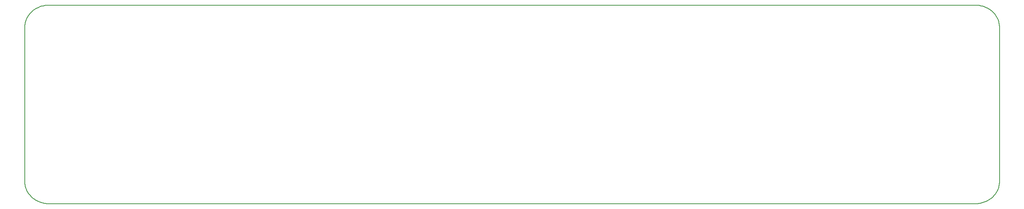
<source format=gm1>
%TF.GenerationSoftware,KiCad,Pcbnew,7.0.0-da2b9df05c~171~ubuntu22.04.1*%
%TF.CreationDate,2023-03-08T14:52:38+00:00*%
%TF.ProjectId,keycap-ruler,6b657963-6170-42d7-9275-6c65722e6b69,rev?*%
%TF.SameCoordinates,Original*%
%TF.FileFunction,Profile,NP*%
%FSLAX46Y46*%
G04 Gerber Fmt 4.6, Leading zero omitted, Abs format (unit mm)*
G04 Created by KiCad (PCBNEW 7.0.0-da2b9df05c~171~ubuntu22.04.1) date 2023-03-08 14:52:38*
%MOMM*%
%LPD*%
G01*
G04 APERTURE LIST*
%TA.AperFunction,Profile*%
%ADD10C,0.150000*%
%TD*%
G04 APERTURE END LIST*
D10*
X253372830Y-60156475D02*
X253651878Y-60175694D01*
X253926868Y-60207343D01*
X254197456Y-60251110D01*
X254463296Y-60306681D01*
X254724044Y-60373745D01*
X254979353Y-60451988D01*
X255228879Y-60541098D01*
X255472276Y-60640762D01*
X255709200Y-60750667D01*
X255939304Y-60870502D01*
X256162244Y-60999952D01*
X256377674Y-61138705D01*
X256585249Y-61286449D01*
X256784625Y-61442871D01*
X256975455Y-61607658D01*
X257157394Y-61780498D01*
X257330097Y-61961077D01*
X257493220Y-62149084D01*
X257646415Y-62344205D01*
X257789340Y-62546128D01*
X257921647Y-62754539D01*
X258042992Y-62969127D01*
X258153030Y-63189579D01*
X258251415Y-63415582D01*
X258337803Y-63646822D01*
X258411847Y-63882989D01*
X258473203Y-64123768D01*
X258521525Y-64368847D01*
X258556468Y-64617914D01*
X258577687Y-64870655D01*
X258584837Y-65126759D01*
X258584837Y-99964071D01*
X258577687Y-100220174D01*
X258556468Y-100472915D01*
X258521525Y-100721982D01*
X258473203Y-100967061D01*
X258411847Y-101207840D01*
X258337803Y-101444006D01*
X258251415Y-101675246D01*
X258153030Y-101901249D01*
X258042992Y-102121700D01*
X257921647Y-102336288D01*
X257789340Y-102544700D01*
X257646415Y-102746622D01*
X257493220Y-102941743D01*
X257330097Y-103129750D01*
X257157394Y-103310329D01*
X256975455Y-103483169D01*
X256784625Y-103647956D01*
X256585249Y-103804378D01*
X256377674Y-103952122D01*
X256162244Y-104090876D01*
X255939304Y-104220326D01*
X255709200Y-104340160D01*
X255472276Y-104450066D01*
X255228879Y-104549730D01*
X254979353Y-104638840D01*
X254724044Y-104717083D01*
X254463296Y-104784147D01*
X254197456Y-104839718D01*
X253926868Y-104883485D01*
X253651878Y-104915134D01*
X253372830Y-104934353D01*
X253090071Y-104940828D01*
X44288779Y-104940828D01*
X44006018Y-104934353D01*
X43726970Y-104915134D01*
X43451979Y-104883485D01*
X43181391Y-104839718D01*
X42915550Y-104784147D01*
X42654802Y-104717083D01*
X42399492Y-104638840D01*
X42149966Y-104549730D01*
X41906569Y-104450066D01*
X41669645Y-104340160D01*
X41439541Y-104220326D01*
X41216601Y-104090876D01*
X41001170Y-103952122D01*
X40793595Y-103804378D01*
X40594219Y-103647956D01*
X40403390Y-103483169D01*
X40221450Y-103310329D01*
X40048747Y-103129750D01*
X39885625Y-102941743D01*
X39732429Y-102746622D01*
X39589505Y-102544700D01*
X39457198Y-102336288D01*
X39335853Y-102121700D01*
X39225815Y-101901249D01*
X39127430Y-101675246D01*
X39041043Y-101444006D01*
X38966998Y-101207840D01*
X38905643Y-100967061D01*
X38857321Y-100721982D01*
X38822377Y-100472915D01*
X38801158Y-100220174D01*
X38794009Y-99964071D01*
X38794009Y-65126759D01*
X38801158Y-64870655D01*
X38822377Y-64617914D01*
X38857321Y-64368847D01*
X38905643Y-64123768D01*
X38966998Y-63882989D01*
X39041043Y-63646822D01*
X39127430Y-63415582D01*
X39225815Y-63189579D01*
X39335853Y-62969127D01*
X39457198Y-62754539D01*
X39589505Y-62546128D01*
X39732429Y-62344205D01*
X39885625Y-62149084D01*
X40048747Y-61961077D01*
X40221450Y-61780498D01*
X40403390Y-61607658D01*
X40594219Y-61442871D01*
X40793595Y-61286449D01*
X41001170Y-61138705D01*
X41216601Y-60999952D01*
X41439541Y-60870502D01*
X41669645Y-60750667D01*
X41906569Y-60640762D01*
X42149966Y-60541098D01*
X42399492Y-60451988D01*
X42654802Y-60373745D01*
X42915550Y-60306681D01*
X43181391Y-60251110D01*
X43451979Y-60207343D01*
X43726970Y-60175694D01*
X44006018Y-60156475D01*
X44288779Y-60150000D01*
X253090071Y-60150000D01*
X253372830Y-60156475D01*
M02*

</source>
